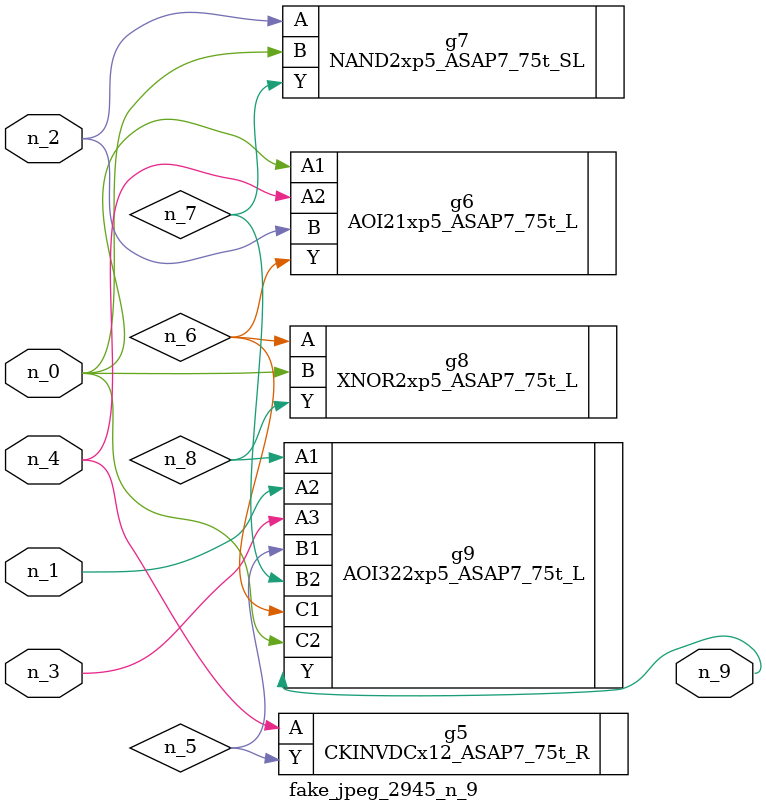
<source format=v>
module fake_jpeg_2945_n_9 (n_3, n_2, n_1, n_0, n_4, n_9);

input n_3;
input n_2;
input n_1;
input n_0;
input n_4;

output n_9;

wire n_8;
wire n_6;
wire n_5;
wire n_7;

CKINVDCx12_ASAP7_75t_R g5 ( 
.A(n_4),
.Y(n_5)
);

AOI21xp5_ASAP7_75t_L g6 ( 
.A1(n_0),
.A2(n_4),
.B(n_2),
.Y(n_6)
);

NAND2xp5_ASAP7_75t_SL g7 ( 
.A(n_2),
.B(n_0),
.Y(n_7)
);

XNOR2xp5_ASAP7_75t_L g8 ( 
.A(n_6),
.B(n_0),
.Y(n_8)
);

AOI322xp5_ASAP7_75t_L g9 ( 
.A1(n_8),
.A2(n_1),
.A3(n_3),
.B1(n_5),
.B2(n_7),
.C1(n_6),
.C2(n_0),
.Y(n_9)
);


endmodule
</source>
